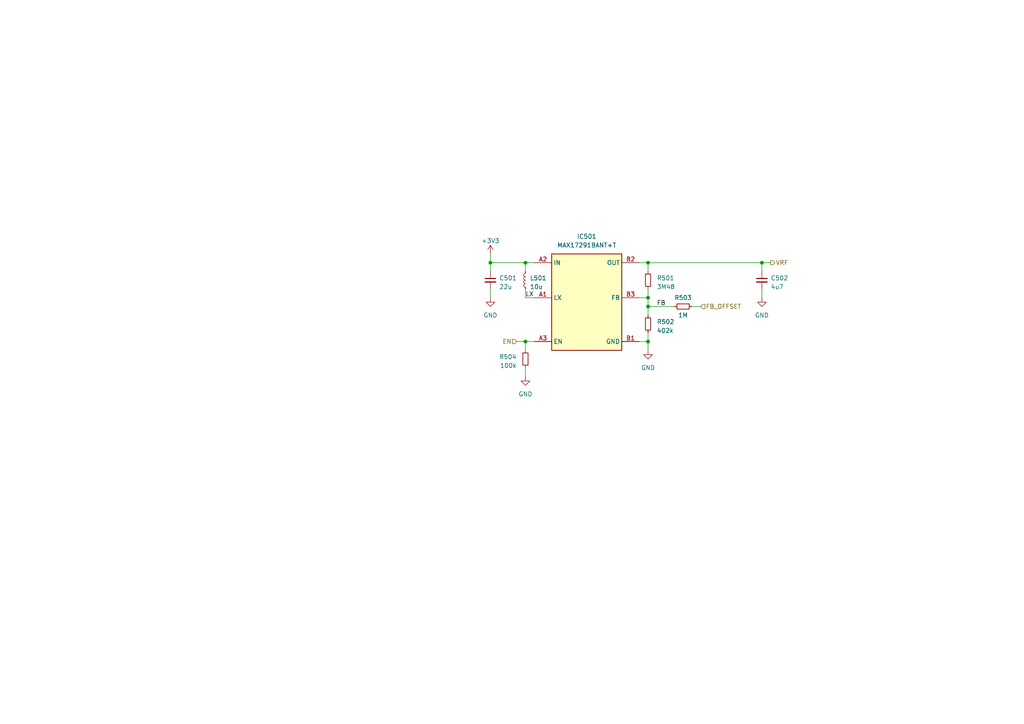
<source format=kicad_sch>
(kicad_sch (version 20230121) (generator eeschema)
  (paper "A4")
  (lib_symbols
    (symbol "Device:C_Small" (pin_numbers hide) (pin_names (offset 0.254) hide)
      (property "Reference" "C" (at 0.254 1.778 0))
      (property "Value" "C_Small" (at 0.254 -2.032 0))
      (symbol "C_Small_0_1"
        (polyline (pts (xy -1.524 -0.508) (xy 1.524 -0.508)) (stroke (width 0.3302)))
        (polyline (pts (xy -1.524 0.508) (xy 1.524 0.508)) (stroke (width 0.3048)))
      )
      (symbol "C_Small_1_1"
        (pin passive line (at 0 2.54 270) (length 2.032) (name "~") (number "1"))
        (pin passive line (at 0 -2.54 90) (length 2.032) (name "~") (number "2"))
      )
    )
    (symbol "Device:L_Small" (pin_numbers hide) (pin_names (offset 0.254) hide)
      (property "Reference" "L" (at 0.762 1.016 0))
      (property "Value" "L_Small" (at 0.762 -1.016 0))
      (symbol "L_Small_0_1"
        (arc (start 0 -2.032) (mid 0.5058 -1.524) (end 0 -1.016))
        (arc (start 0 -1.016) (mid 0.5058 -0.508) (end 0 0))
        (arc (start 0 0) (mid 0.5058 0.508) (end 0 1.016))
        (arc (start 0 1.016) (mid 0.5058 1.524) (end 0 2.032))
      )
      (symbol "L_Small_1_1"
        (pin passive line (at 0 2.54 270) (length 0.508) (name "~") (number "1"))
        (pin passive line (at 0 -2.54 90) (length 0.508) (name "~") (number "2"))
      )
    )
    (symbol "Device:R_Small" (pin_numbers hide) (pin_names (offset 0.254) hide)
      (property "Reference" "R" (at 0.762 0.508 0))
      (property "Value" "R_Small" (at 0.762 -1.016 0))
      (symbol "R_Small_0_1"
        (rectangle (start -0.762 1.778) (end 0.762 -1.778) (stroke (width 0.2032)))
      )
      (symbol "R_Small_1_1"
        (pin passive line (at 0 2.54 270) (length 0.762) (name "~") (number "1"))
        (pin passive line (at 0 -2.54 90) (length 0.762) (name "~") (number "2"))
      )
    )
    (symbol "MAX17291BANT+T:MAX17291BANT+T"
      (property "Reference" "U" (at 0 17.78 0))
      (property "Value" "MAX17291BANT+T" (at 0 15.24 0))
      (symbol "MAX17291BANT+T_1_1"
        (rectangle (start -10.16 12.7) (end 10.16 -15.24) (stroke (width 0.254)) (fill (type background)))
        (pin passive line (at -15.24 0 0) (length 5.08) (name "LX") (number "A1"))
        (pin passive line (at -15.24 10.16 0) (length 5.08) (name "IN") (number "A2"))
        (pin passive line (at -15.24 -12.7 0) (length 5.08) (name "EN") (number "A3"))
        (pin passive line (at 15.24 -12.7 180) (length 5.08) (name "GND") (number "B1"))
        (pin passive line (at 15.24 10.16 180) (length 5.08) (name "OUT") (number "B2"))
        (pin passive line (at 15.24 0 180) (length 5.08) (name "FB") (number "B3"))
      )
    )
    (symbol "power:+3V3" (power) (pin_names (offset 0))
      (property "Value" "+3V3" (at 0 3.556 0))
      (symbol "+3V3_0_1"
        (polyline (pts (xy -0.762 1.27) (xy 0 2.54)))
        (polyline (pts (xy 0 0) (xy 0 2.54)))
        (polyline (pts (xy 0 2.54) (xy 0.762 1.27)))
      )
      (symbol "+3V3_1_1"
        (pin power_in line (at 0 0 90) (length 0) hide (name "+3V3") (number "1"))
      )
    )
    (symbol "power:GND" (power) (pin_names (offset 0))
      (property "Value" "GND" (at 0 -3.81 0))
      (symbol "GND_0_1"
        (polyline (pts (xy 0 0) (xy 0 -1.27) (xy 1.27 -1.27) (xy 0 -2.54) (xy -1.27 -1.27) (xy 0 -1.27)))
      )
      (symbol "GND_1_1"
        (pin power_in line (at 0 0 270) (length 0) hide (name "GND") (number "1"))
      )
    )
  )
  (junction (at 187.96 76.2))
  (junction (at 187.96 99.06))
  (junction (at 220.98 76.2))
  (junction (at 152.4 99.06))
  (junction (at 142.24 76.2))
  (junction (at 187.96 88.9))
  (junction (at 187.96 86.36))
  (junction (at 152.4 76.2))
  (wire (pts (xy 152.4 78.74) (xy 152.4 76.2)))
  (wire (pts (xy 203.2 88.9) (xy 200.66 88.9)))
  (wire (pts (xy 142.24 73.66) (xy 142.24 76.2)))
  (wire (pts (xy 220.98 76.2) (xy 220.98 78.74)))
  (wire (pts (xy 152.4 83.82) (xy 152.4 86.36)))
  (wire (pts (xy 152.4 99.06) (xy 154.94 99.06)))
  (wire (pts (xy 220.98 76.2) (xy 223.52 76.2)))
  (wire (pts (xy 152.4 106.68) (xy 152.4 109.22)))
  (wire (pts (xy 185.42 99.06) (xy 187.96 99.06)))
  (wire (pts (xy 187.96 88.9) (xy 187.96 91.44)))
  (wire (pts (xy 187.96 83.82) (xy 187.96 86.36)))
  (wire (pts (xy 185.42 76.2) (xy 187.96 76.2)))
  (wire (pts (xy 187.96 99.06) (xy 187.96 101.6)))
  (wire (pts (xy 152.4 76.2) (xy 154.94 76.2)))
  (wire (pts (xy 142.24 83.82) (xy 142.24 86.36)))
  (wire (pts (xy 152.4 99.06) (xy 152.4 101.6)))
  (wire (pts (xy 220.98 83.82) (xy 220.98 86.36)))
  (wire (pts (xy 187.96 88.9) (xy 195.58 88.9)))
  (wire (pts (xy 187.96 76.2) (xy 220.98 76.2)))
  (wire (pts (xy 187.96 76.2) (xy 187.96 78.74)))
  (wire (pts (xy 185.42 86.36) (xy 187.96 86.36)))
  (wire (pts (xy 142.24 78.74) (xy 142.24 76.2)))
  (wire (pts (xy 152.4 86.36) (xy 154.94 86.36)))
  (wire (pts (xy 142.24 76.2) (xy 152.4 76.2)))
  (wire (pts (xy 149.86 99.06) (xy 152.4 99.06)))
  (wire (pts (xy 187.96 96.52) (xy 187.96 99.06)))
  (wire (pts (xy 187.96 86.36) (xy 187.96 88.9)))
  (label "FB" (at 190.5 88.9 0))
  (label "LX" (at 152.4 86.36 0))
  (hierarchical_label "VRF" (shape output) (at 223.52 76.2 0))
  (hierarchical_label "FB_OFFSET" (shape input) (at 203.2 88.9 0))
  (hierarchical_label "EN" (shape input) (at 149.86 99.06 180))
  (symbol (lib_id "Device:L_Small") (at 152.4 81.28 0) (mirror y) (unit 1)
    (property "Reference" "L501" (at 153.67 80.645 0) (effects (justify right)))
    (property "Value" "10u" (at 153.67 83.185 0) (effects (justify right)))
    (property "Footprint" "Inductor_SMD:L_TDK_MLZ1608" (effects hide))
  )
  (symbol (lib_id "Device:R_Small") (at 198.12 88.9 90) (unit 1)
    (property "Reference" "R503" (at 198.12 86.36 90))
    (property "Value" "1M" (at 198.12 91.44 90))
    (property "Footprint" "Resistor_SMD:R_0402_1005Metric" (effects hide))
  )
  (symbol (lib_id "power:GND") (at 220.98 86.36 0) (unit 1)
    (property "Reference" "#PWR0503" (effects hide))
    (property "Value" "GND" (at 220.98 91.44 0))
  )
  (symbol (lib_id "Device:R_Small") (at 187.96 81.28 0) (unit 1)
    (property "Reference" "R501" (at 190.5 80.645 0) (effects (justify left)))
    (property "Value" "3M48" (at 190.5 83.185 0) (effects (justify left)))
    (property "Footprint" "Resistor_SMD:R_0402_1005Metric" (effects hide))
  )
  (symbol (lib_id "power:+3V3") (at 142.24 73.66 0) (unit 1)
    (property "Reference" "#PWR0501" (effects hide))
    (property "Value" "+3V3" (at 142.24 69.85 0))
  )
  (symbol (lib_id "MAX17291BANT+T:MAX17291BANT+T") (at 170.18 86.36 0) (unit 1)
    (property "Reference" "IC501" (at 170.18 68.58 0))
    (property "Value" "MAX17291BANT+T" (at 170.18 71.12 0))
    (property "Footprint" "watch_footprints:BGA6C40P3X2_127X87X50" (effects hide))
    (property "Datasheet" "https://www.analog.com/media/en/technical-documentation/data-sheets/MAX17291B.pdf" (effects hide))
    (property "Height" "0.5" (effects hide))
    (property "Mouser Part Number" "700-MAX17291BANT+T" (effects hide))
    (property "Mouser Price/Stock" "https://www.mouser.co.uk/ProductDetail/Maxim-Integrated/MAX17291BANT%2bT?qs=doiCPypUmgETSyGK3grjdw%3D%3D" (effects hide))
    (property "Manufacturer_Name" "Analog Devices" (effects hide))
    (property "Manufacturer_Part_Number" "MAX17291BANT+T" (effects hide))
  )
  (symbol (lib_id "Device:C_Small") (at 220.98 81.28 0) (unit 1)
    (property "Reference" "C502" (at 223.52 80.6513 0) (effects (justify left)))
    (property "Value" "4u7" (at 223.52 83.1913 0) (effects (justify left)))
    (property "Footprint" "Capacitor_SMD:C_0402_1005Metric" (effects hide))
  )
  (symbol (lib_id "power:GND") (at 187.96 101.6 0) (unit 1)
    (property "Reference" "#PWR0502" (effects hide))
    (property "Value" "GND" (at 187.96 106.68 0))
  )
  (symbol (lib_id "power:GND") (at 142.24 86.36 0) (unit 1)
    (property "Reference" "#PWR0504" (effects hide))
    (property "Value" "GND" (at 142.24 91.44 0))
  )
  (symbol (lib_id "Device:R_Small") (at 152.4 104.14 0) (mirror y) (unit 1)
    (property "Reference" "R504" (at 149.86 103.505 0) (effects (justify left)))
    (property "Value" "100k" (at 149.86 106.045 0) (effects (justify left)))
    (property "Footprint" "Resistor_SMD:R_0402_1005Metric" (effects hide))
  )
  (symbol (lib_id "power:GND") (at 152.4 109.22 0) (unit 1)
    (property "Reference" "#PWR0505" (effects hide))
    (property "Value" "GND" (at 152.4 114.3 0))
  )
  (symbol (lib_id "Device:C_Small") (at 142.24 81.28 0) (unit 1)
    (property "Reference" "C501" (at 144.78 80.6513 0) (effects (justify left)))
    (property "Value" "22u" (at 144.78 83.1913 0) (effects (justify left)))
    (property "Footprint" "Capacitor_SMD:C_0402_1005Metric" (effects hide))
  )
  (symbol (lib_id "Device:R_Small") (at 187.96 93.98 0) (unit 1)
    (property "Reference" "R502" (at 190.5 93.345 0) (effects (justify left)))
    (property "Value" "402k" (at 190.5 95.885 0) (effects (justify left)))
    (property "Footprint" "Resistor_SMD:R_0402_1005Metric" (effects hide))
  )
)
</source>
